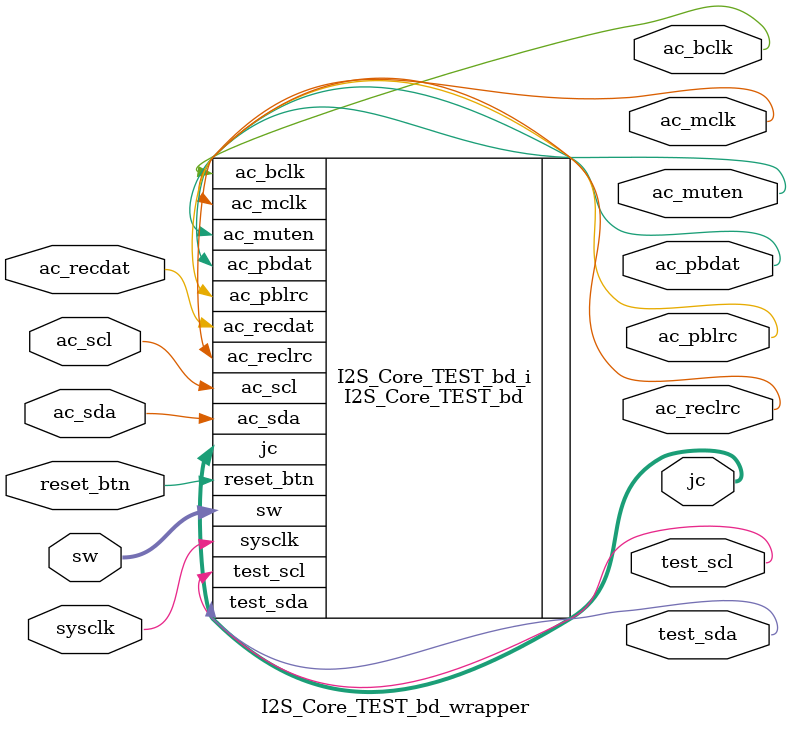
<source format=v>
`timescale 1 ps / 1 ps

module I2S_Core_TEST_bd_wrapper
   (ac_bclk,
    ac_mclk,
    ac_muten,
    ac_pbdat,
    ac_pblrc,
    ac_recdat,
    ac_reclrc,
    ac_scl,
    ac_sda,
    jc,
    reset_btn,
    sw,
    sysclk,
    test_scl,
    test_sda);
  output ac_bclk;
  output ac_mclk;
  output ac_muten;
  output ac_pbdat;
  output ac_pblrc;
  input ac_recdat;
  output ac_reclrc;
  inout ac_scl;
  inout ac_sda;
  output [7:0]jc;
  input reset_btn;
  input [3:0]sw;
  input sysclk;
  output test_scl;
  output test_sda;

  wire ac_bclk;
  wire ac_mclk;
  wire ac_muten;
  wire ac_pbdat;
  wire ac_pblrc;
  wire ac_recdat;
  wire ac_reclrc;
  wire ac_scl;
  wire ac_sda;
  wire [7:0]jc;
  wire reset_btn;
  wire [3:0]sw;
  wire sysclk;
  wire test_scl;
  wire test_sda;

  I2S_Core_TEST_bd I2S_Core_TEST_bd_i
       (.ac_bclk(ac_bclk),
        .ac_mclk(ac_mclk),
        .ac_muten(ac_muten),
        .ac_pbdat(ac_pbdat),
        .ac_pblrc(ac_pblrc),
        .ac_recdat(ac_recdat),
        .ac_reclrc(ac_reclrc),
        .ac_scl(ac_scl),
        .ac_sda(ac_sda),
        .jc(jc),
        .reset_btn(reset_btn),
        .sw(sw),
        .sysclk(sysclk),
        .test_scl(test_scl),
        .test_sda(test_sda));
endmodule

</source>
